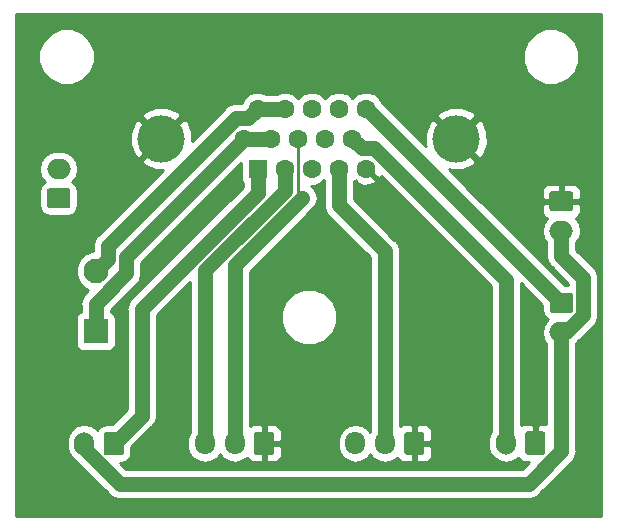
<source format=gbr>
%TF.GenerationSoftware,KiCad,Pcbnew,(5.0.2)-1*%
%TF.CreationDate,2019-02-13T20:03:15+01:00*%
%TF.ProjectId,VGA-Terminal_XT,5647412d-5465-4726-9d69-6e616c5f5854,rev?*%
%TF.SameCoordinates,Original*%
%TF.FileFunction,Copper,L2,Bot*%
%TF.FilePolarity,Positive*%
%FSLAX46Y46*%
G04 Gerber Fmt 4.6, Leading zero omitted, Abs format (unit mm)*
G04 Created by KiCad (PCBNEW (5.0.2)-1) date 13.02.2019 20:03:15*
%MOMM*%
%LPD*%
G01*
G04 APERTURE LIST*
%ADD10O,2.000000X1.700000*%
%ADD11C,0.150000*%
%ADD12C,1.700000*%
%ADD13O,1.700000X2.000000*%
%ADD14O,1.700000X1.950000*%
%ADD15R,2.100000X2.100000*%
%ADD16C,2.100000*%
%ADD17C,4.000000*%
%ADD18C,1.600000*%
%ADD19R,1.600000X1.600000*%
%ADD20C,1.270000*%
%ADD21C,0.250000*%
%ADD22C,0.254000*%
G04 APERTURE END LIST*
D10*
X134880000Y-81120000D03*
D11*
G36*
X135654504Y-77771204D02*
X135678773Y-77774804D01*
X135702571Y-77780765D01*
X135725671Y-77789030D01*
X135747849Y-77799520D01*
X135768893Y-77812133D01*
X135788598Y-77826747D01*
X135806777Y-77843223D01*
X135823253Y-77861402D01*
X135837867Y-77881107D01*
X135850480Y-77902151D01*
X135860970Y-77924329D01*
X135869235Y-77947429D01*
X135875196Y-77971227D01*
X135878796Y-77995496D01*
X135880000Y-78020000D01*
X135880000Y-79220000D01*
X135878796Y-79244504D01*
X135875196Y-79268773D01*
X135869235Y-79292571D01*
X135860970Y-79315671D01*
X135850480Y-79337849D01*
X135837867Y-79358893D01*
X135823253Y-79378598D01*
X135806777Y-79396777D01*
X135788598Y-79413253D01*
X135768893Y-79427867D01*
X135747849Y-79440480D01*
X135725671Y-79450970D01*
X135702571Y-79459235D01*
X135678773Y-79465196D01*
X135654504Y-79468796D01*
X135630000Y-79470000D01*
X134130000Y-79470000D01*
X134105496Y-79468796D01*
X134081227Y-79465196D01*
X134057429Y-79459235D01*
X134034329Y-79450970D01*
X134012151Y-79440480D01*
X133991107Y-79427867D01*
X133971402Y-79413253D01*
X133953223Y-79396777D01*
X133936747Y-79378598D01*
X133922133Y-79358893D01*
X133909520Y-79337849D01*
X133899030Y-79315671D01*
X133890765Y-79292571D01*
X133884804Y-79268773D01*
X133881204Y-79244504D01*
X133880000Y-79220000D01*
X133880000Y-78020000D01*
X133881204Y-77995496D01*
X133884804Y-77971227D01*
X133890765Y-77947429D01*
X133899030Y-77924329D01*
X133909520Y-77902151D01*
X133922133Y-77881107D01*
X133936747Y-77861402D01*
X133953223Y-77843223D01*
X133971402Y-77826747D01*
X133991107Y-77812133D01*
X134012151Y-77799520D01*
X134034329Y-77789030D01*
X134057429Y-77780765D01*
X134081227Y-77774804D01*
X134105496Y-77771204D01*
X134130000Y-77770000D01*
X135630000Y-77770000D01*
X135654504Y-77771204D01*
X135654504Y-77771204D01*
G37*
D12*
X134880000Y-78620000D03*
D11*
G36*
X135664504Y-86381204D02*
X135688773Y-86384804D01*
X135712571Y-86390765D01*
X135735671Y-86399030D01*
X135757849Y-86409520D01*
X135778893Y-86422133D01*
X135798598Y-86436747D01*
X135816777Y-86453223D01*
X135833253Y-86471402D01*
X135847867Y-86491107D01*
X135860480Y-86512151D01*
X135870970Y-86534329D01*
X135879235Y-86557429D01*
X135885196Y-86581227D01*
X135888796Y-86605496D01*
X135890000Y-86630000D01*
X135890000Y-87830000D01*
X135888796Y-87854504D01*
X135885196Y-87878773D01*
X135879235Y-87902571D01*
X135870970Y-87925671D01*
X135860480Y-87947849D01*
X135847867Y-87968893D01*
X135833253Y-87988598D01*
X135816777Y-88006777D01*
X135798598Y-88023253D01*
X135778893Y-88037867D01*
X135757849Y-88050480D01*
X135735671Y-88060970D01*
X135712571Y-88069235D01*
X135688773Y-88075196D01*
X135664504Y-88078796D01*
X135640000Y-88080000D01*
X134140000Y-88080000D01*
X134115496Y-88078796D01*
X134091227Y-88075196D01*
X134067429Y-88069235D01*
X134044329Y-88060970D01*
X134022151Y-88050480D01*
X134001107Y-88037867D01*
X133981402Y-88023253D01*
X133963223Y-88006777D01*
X133946747Y-87988598D01*
X133932133Y-87968893D01*
X133919520Y-87947849D01*
X133909030Y-87925671D01*
X133900765Y-87902571D01*
X133894804Y-87878773D01*
X133891204Y-87854504D01*
X133890000Y-87830000D01*
X133890000Y-86630000D01*
X133891204Y-86605496D01*
X133894804Y-86581227D01*
X133900765Y-86557429D01*
X133909030Y-86534329D01*
X133919520Y-86512151D01*
X133932133Y-86491107D01*
X133946747Y-86471402D01*
X133963223Y-86453223D01*
X133981402Y-86436747D01*
X134001107Y-86422133D01*
X134022151Y-86409520D01*
X134044329Y-86399030D01*
X134067429Y-86390765D01*
X134091227Y-86384804D01*
X134115496Y-86381204D01*
X134140000Y-86380000D01*
X135640000Y-86380000D01*
X135664504Y-86381204D01*
X135664504Y-86381204D01*
G37*
D12*
X134890000Y-87230000D03*
D10*
X134890000Y-89730000D03*
D13*
X130180000Y-99100000D03*
D11*
G36*
X133304504Y-98101204D02*
X133328773Y-98104804D01*
X133352571Y-98110765D01*
X133375671Y-98119030D01*
X133397849Y-98129520D01*
X133418893Y-98142133D01*
X133438598Y-98156747D01*
X133456777Y-98173223D01*
X133473253Y-98191402D01*
X133487867Y-98211107D01*
X133500480Y-98232151D01*
X133510970Y-98254329D01*
X133519235Y-98277429D01*
X133525196Y-98301227D01*
X133528796Y-98325496D01*
X133530000Y-98350000D01*
X133530000Y-99850000D01*
X133528796Y-99874504D01*
X133525196Y-99898773D01*
X133519235Y-99922571D01*
X133510970Y-99945671D01*
X133500480Y-99967849D01*
X133487867Y-99988893D01*
X133473253Y-100008598D01*
X133456777Y-100026777D01*
X133438598Y-100043253D01*
X133418893Y-100057867D01*
X133397849Y-100070480D01*
X133375671Y-100080970D01*
X133352571Y-100089235D01*
X133328773Y-100095196D01*
X133304504Y-100098796D01*
X133280000Y-100100000D01*
X132080000Y-100100000D01*
X132055496Y-100098796D01*
X132031227Y-100095196D01*
X132007429Y-100089235D01*
X131984329Y-100080970D01*
X131962151Y-100070480D01*
X131941107Y-100057867D01*
X131921402Y-100043253D01*
X131903223Y-100026777D01*
X131886747Y-100008598D01*
X131872133Y-99988893D01*
X131859520Y-99967849D01*
X131849030Y-99945671D01*
X131840765Y-99922571D01*
X131834804Y-99898773D01*
X131831204Y-99874504D01*
X131830000Y-99850000D01*
X131830000Y-98350000D01*
X131831204Y-98325496D01*
X131834804Y-98301227D01*
X131840765Y-98277429D01*
X131849030Y-98254329D01*
X131859520Y-98232151D01*
X131872133Y-98211107D01*
X131886747Y-98191402D01*
X131903223Y-98173223D01*
X131921402Y-98156747D01*
X131941107Y-98142133D01*
X131962151Y-98129520D01*
X131984329Y-98119030D01*
X132007429Y-98110765D01*
X132031227Y-98104804D01*
X132055496Y-98101204D01*
X132080000Y-98100000D01*
X133280000Y-98100000D01*
X133304504Y-98101204D01*
X133304504Y-98101204D01*
G37*
D12*
X132680000Y-99100000D03*
D11*
G36*
X97614504Y-98151204D02*
X97638773Y-98154804D01*
X97662571Y-98160765D01*
X97685671Y-98169030D01*
X97707849Y-98179520D01*
X97728893Y-98192133D01*
X97748598Y-98206747D01*
X97766777Y-98223223D01*
X97783253Y-98241402D01*
X97797867Y-98261107D01*
X97810480Y-98282151D01*
X97820970Y-98304329D01*
X97829235Y-98327429D01*
X97835196Y-98351227D01*
X97838796Y-98375496D01*
X97840000Y-98400000D01*
X97840000Y-99900000D01*
X97838796Y-99924504D01*
X97835196Y-99948773D01*
X97829235Y-99972571D01*
X97820970Y-99995671D01*
X97810480Y-100017849D01*
X97797867Y-100038893D01*
X97783253Y-100058598D01*
X97766777Y-100076777D01*
X97748598Y-100093253D01*
X97728893Y-100107867D01*
X97707849Y-100120480D01*
X97685671Y-100130970D01*
X97662571Y-100139235D01*
X97638773Y-100145196D01*
X97614504Y-100148796D01*
X97590000Y-100150000D01*
X96390000Y-100150000D01*
X96365496Y-100148796D01*
X96341227Y-100145196D01*
X96317429Y-100139235D01*
X96294329Y-100130970D01*
X96272151Y-100120480D01*
X96251107Y-100107867D01*
X96231402Y-100093253D01*
X96213223Y-100076777D01*
X96196747Y-100058598D01*
X96182133Y-100038893D01*
X96169520Y-100017849D01*
X96159030Y-99995671D01*
X96150765Y-99972571D01*
X96144804Y-99948773D01*
X96141204Y-99924504D01*
X96140000Y-99900000D01*
X96140000Y-98400000D01*
X96141204Y-98375496D01*
X96144804Y-98351227D01*
X96150765Y-98327429D01*
X96159030Y-98304329D01*
X96169520Y-98282151D01*
X96182133Y-98261107D01*
X96196747Y-98241402D01*
X96213223Y-98223223D01*
X96231402Y-98206747D01*
X96251107Y-98192133D01*
X96272151Y-98179520D01*
X96294329Y-98169030D01*
X96317429Y-98160765D01*
X96341227Y-98154804D01*
X96365496Y-98151204D01*
X96390000Y-98150000D01*
X97590000Y-98150000D01*
X97614504Y-98151204D01*
X97614504Y-98151204D01*
G37*
D12*
X96990000Y-99150000D03*
D13*
X94490000Y-99150000D03*
D14*
X117450000Y-99130000D03*
X119950000Y-99130000D03*
D11*
G36*
X123074504Y-98156204D02*
X123098773Y-98159804D01*
X123122571Y-98165765D01*
X123145671Y-98174030D01*
X123167849Y-98184520D01*
X123188893Y-98197133D01*
X123208598Y-98211747D01*
X123226777Y-98228223D01*
X123243253Y-98246402D01*
X123257867Y-98266107D01*
X123270480Y-98287151D01*
X123280970Y-98309329D01*
X123289235Y-98332429D01*
X123295196Y-98356227D01*
X123298796Y-98380496D01*
X123300000Y-98405000D01*
X123300000Y-99855000D01*
X123298796Y-99879504D01*
X123295196Y-99903773D01*
X123289235Y-99927571D01*
X123280970Y-99950671D01*
X123270480Y-99972849D01*
X123257867Y-99993893D01*
X123243253Y-100013598D01*
X123226777Y-100031777D01*
X123208598Y-100048253D01*
X123188893Y-100062867D01*
X123167849Y-100075480D01*
X123145671Y-100085970D01*
X123122571Y-100094235D01*
X123098773Y-100100196D01*
X123074504Y-100103796D01*
X123050000Y-100105000D01*
X121850000Y-100105000D01*
X121825496Y-100103796D01*
X121801227Y-100100196D01*
X121777429Y-100094235D01*
X121754329Y-100085970D01*
X121732151Y-100075480D01*
X121711107Y-100062867D01*
X121691402Y-100048253D01*
X121673223Y-100031777D01*
X121656747Y-100013598D01*
X121642133Y-99993893D01*
X121629520Y-99972849D01*
X121619030Y-99950671D01*
X121610765Y-99927571D01*
X121604804Y-99903773D01*
X121601204Y-99879504D01*
X121600000Y-99855000D01*
X121600000Y-98405000D01*
X121601204Y-98380496D01*
X121604804Y-98356227D01*
X121610765Y-98332429D01*
X121619030Y-98309329D01*
X121629520Y-98287151D01*
X121642133Y-98266107D01*
X121656747Y-98246402D01*
X121673223Y-98228223D01*
X121691402Y-98211747D01*
X121711107Y-98197133D01*
X121732151Y-98184520D01*
X121754329Y-98174030D01*
X121777429Y-98165765D01*
X121801227Y-98159804D01*
X121825496Y-98156204D01*
X121850000Y-98155000D01*
X123050000Y-98155000D01*
X123074504Y-98156204D01*
X123074504Y-98156204D01*
G37*
D12*
X122450000Y-99130000D03*
D11*
G36*
X110344504Y-98156204D02*
X110368773Y-98159804D01*
X110392571Y-98165765D01*
X110415671Y-98174030D01*
X110437849Y-98184520D01*
X110458893Y-98197133D01*
X110478598Y-98211747D01*
X110496777Y-98228223D01*
X110513253Y-98246402D01*
X110527867Y-98266107D01*
X110540480Y-98287151D01*
X110550970Y-98309329D01*
X110559235Y-98332429D01*
X110565196Y-98356227D01*
X110568796Y-98380496D01*
X110570000Y-98405000D01*
X110570000Y-99855000D01*
X110568796Y-99879504D01*
X110565196Y-99903773D01*
X110559235Y-99927571D01*
X110550970Y-99950671D01*
X110540480Y-99972849D01*
X110527867Y-99993893D01*
X110513253Y-100013598D01*
X110496777Y-100031777D01*
X110478598Y-100048253D01*
X110458893Y-100062867D01*
X110437849Y-100075480D01*
X110415671Y-100085970D01*
X110392571Y-100094235D01*
X110368773Y-100100196D01*
X110344504Y-100103796D01*
X110320000Y-100105000D01*
X109120000Y-100105000D01*
X109095496Y-100103796D01*
X109071227Y-100100196D01*
X109047429Y-100094235D01*
X109024329Y-100085970D01*
X109002151Y-100075480D01*
X108981107Y-100062867D01*
X108961402Y-100048253D01*
X108943223Y-100031777D01*
X108926747Y-100013598D01*
X108912133Y-99993893D01*
X108899520Y-99972849D01*
X108889030Y-99950671D01*
X108880765Y-99927571D01*
X108874804Y-99903773D01*
X108871204Y-99879504D01*
X108870000Y-99855000D01*
X108870000Y-98405000D01*
X108871204Y-98380496D01*
X108874804Y-98356227D01*
X108880765Y-98332429D01*
X108889030Y-98309329D01*
X108899520Y-98287151D01*
X108912133Y-98266107D01*
X108926747Y-98246402D01*
X108943223Y-98228223D01*
X108961402Y-98211747D01*
X108981107Y-98197133D01*
X109002151Y-98184520D01*
X109024329Y-98174030D01*
X109047429Y-98165765D01*
X109071227Y-98159804D01*
X109095496Y-98156204D01*
X109120000Y-98155000D01*
X110320000Y-98155000D01*
X110344504Y-98156204D01*
X110344504Y-98156204D01*
G37*
D12*
X109720000Y-99130000D03*
D14*
X107220000Y-99130000D03*
X104720000Y-99130000D03*
D11*
G36*
X93104504Y-77521204D02*
X93128773Y-77524804D01*
X93152571Y-77530765D01*
X93175671Y-77539030D01*
X93197849Y-77549520D01*
X93218893Y-77562133D01*
X93238598Y-77576747D01*
X93256777Y-77593223D01*
X93273253Y-77611402D01*
X93287867Y-77631107D01*
X93300480Y-77652151D01*
X93310970Y-77674329D01*
X93319235Y-77697429D01*
X93325196Y-77721227D01*
X93328796Y-77745496D01*
X93330000Y-77770000D01*
X93330000Y-78970000D01*
X93328796Y-78994504D01*
X93325196Y-79018773D01*
X93319235Y-79042571D01*
X93310970Y-79065671D01*
X93300480Y-79087849D01*
X93287867Y-79108893D01*
X93273253Y-79128598D01*
X93256777Y-79146777D01*
X93238598Y-79163253D01*
X93218893Y-79177867D01*
X93197849Y-79190480D01*
X93175671Y-79200970D01*
X93152571Y-79209235D01*
X93128773Y-79215196D01*
X93104504Y-79218796D01*
X93080000Y-79220000D01*
X91580000Y-79220000D01*
X91555496Y-79218796D01*
X91531227Y-79215196D01*
X91507429Y-79209235D01*
X91484329Y-79200970D01*
X91462151Y-79190480D01*
X91441107Y-79177867D01*
X91421402Y-79163253D01*
X91403223Y-79146777D01*
X91386747Y-79128598D01*
X91372133Y-79108893D01*
X91359520Y-79087849D01*
X91349030Y-79065671D01*
X91340765Y-79042571D01*
X91334804Y-79018773D01*
X91331204Y-78994504D01*
X91330000Y-78970000D01*
X91330000Y-77770000D01*
X91331204Y-77745496D01*
X91334804Y-77721227D01*
X91340765Y-77697429D01*
X91349030Y-77674329D01*
X91359520Y-77652151D01*
X91372133Y-77631107D01*
X91386747Y-77611402D01*
X91403223Y-77593223D01*
X91421402Y-77576747D01*
X91441107Y-77562133D01*
X91462151Y-77549520D01*
X91484329Y-77539030D01*
X91507429Y-77530765D01*
X91531227Y-77524804D01*
X91555496Y-77521204D01*
X91580000Y-77520000D01*
X93080000Y-77520000D01*
X93104504Y-77521204D01*
X93104504Y-77521204D01*
G37*
D12*
X92330000Y-78370000D03*
D10*
X92330000Y-75870000D03*
D15*
X95460000Y-89630000D03*
D16*
X95460000Y-84550000D03*
D17*
X101005000Y-73320000D03*
X126005000Y-73320000D03*
D18*
X118350000Y-70780000D03*
X116060000Y-70780000D03*
X113770000Y-70780000D03*
X111480000Y-70780000D03*
X109190000Y-70780000D03*
X117205000Y-73320000D03*
X114915000Y-73320000D03*
X112625000Y-73320000D03*
X110335000Y-73320000D03*
X108045000Y-73320000D03*
X118350000Y-75860000D03*
X116060000Y-75860000D03*
X113770000Y-75860000D03*
X111480000Y-75860000D03*
D19*
X109190000Y-75860000D03*
D20*
X107220000Y-84057816D02*
X112950009Y-78327807D01*
X107220000Y-99130000D02*
X107220000Y-84057816D01*
D21*
X112625000Y-78002798D02*
X112625000Y-73320000D01*
X112950009Y-78327807D02*
X112625000Y-78002798D01*
D20*
X119950000Y-99130000D02*
X119950000Y-82860000D01*
X116060000Y-78970000D02*
X116060000Y-75860000D01*
X119950000Y-82860000D02*
X116060000Y-78970000D01*
X98040000Y-83325000D02*
X108045000Y-73320000D01*
X98040000Y-84730000D02*
X98040000Y-83325000D01*
X95460000Y-89630000D02*
X95460000Y-87310000D01*
X95460000Y-87310000D02*
X98040000Y-84730000D01*
X108045000Y-73320000D02*
X110335000Y-73320000D01*
X111480000Y-70780000D02*
X109190000Y-70780000D01*
X96509999Y-83500001D02*
X95460000Y-84550000D01*
X96509999Y-82435199D02*
X96509999Y-83500001D01*
X107365199Y-71579999D02*
X96509999Y-82435199D01*
X109190000Y-70780000D02*
X108390001Y-71579999D01*
X108390001Y-71579999D02*
X107365199Y-71579999D01*
X96990000Y-99150000D02*
X99360000Y-96780000D01*
X99360000Y-87760000D02*
X99360000Y-96780000D01*
X109190000Y-75860000D02*
X109190000Y-77930000D01*
X109190000Y-77930000D02*
X99360000Y-87760000D01*
X135274438Y-89730000D02*
X134890000Y-89730000D01*
X136725010Y-88279428D02*
X135274438Y-89730000D01*
X136725010Y-85085010D02*
X136725010Y-88279428D01*
X134880000Y-81120000D02*
X134880000Y-83240000D01*
X134880000Y-83240000D02*
X136725010Y-85085010D01*
X134890000Y-91850000D02*
X134890000Y-89730000D01*
X134890000Y-99774438D02*
X134890000Y-91850000D01*
X132114438Y-102550000D02*
X134890000Y-99774438D01*
X97505562Y-102550000D02*
X132114438Y-102550000D01*
X94490000Y-99534438D02*
X97505562Y-102550000D01*
X94490000Y-99150000D02*
X94490000Y-99534438D01*
X118004999Y-74119999D02*
X117205000Y-73320000D01*
X119029801Y-74119999D02*
X118004999Y-74119999D01*
X130180000Y-99100000D02*
X130180000Y-85270198D01*
X130180000Y-85270198D02*
X119029801Y-74119999D01*
X118440000Y-70780000D02*
X118350000Y-70780000D01*
X134890000Y-87230000D02*
X118440000Y-70780000D01*
X104720000Y-96885000D02*
X104720000Y-99130000D01*
X104720000Y-84478908D02*
X104720000Y-96885000D01*
X111480000Y-75860000D02*
X111480000Y-77718908D01*
X111480000Y-77718908D02*
X104720000Y-84478908D01*
D22*
G36*
X138265001Y-105265000D02*
X88735000Y-105265000D01*
X88735000Y-98853744D01*
X93005000Y-98853744D01*
X93005000Y-99446255D01*
X93091161Y-99879417D01*
X93419375Y-100370625D01*
X93753175Y-100593663D01*
X96519093Y-103359581D01*
X96589944Y-103465618D01*
X97010033Y-103746313D01*
X97380482Y-103820000D01*
X97380486Y-103820000D01*
X97505562Y-103844879D01*
X97630638Y-103820000D01*
X131989363Y-103820000D01*
X132114438Y-103844879D01*
X132239513Y-103820000D01*
X132239518Y-103820000D01*
X132609967Y-103746313D01*
X133030056Y-103465618D01*
X133100909Y-103359579D01*
X135699582Y-100760907D01*
X135805618Y-100690056D01*
X136086313Y-100269967D01*
X136160000Y-99899518D01*
X136160000Y-99899514D01*
X136184879Y-99774439D01*
X136160000Y-99649364D01*
X136160000Y-90726730D01*
X136333663Y-90466825D01*
X137534591Y-89265898D01*
X137640628Y-89195046D01*
X137921323Y-88774957D01*
X137995010Y-88404508D01*
X137995010Y-88404504D01*
X138019889Y-88279428D01*
X137995010Y-88154352D01*
X137995010Y-85210084D01*
X138019889Y-85085009D01*
X137995010Y-84959934D01*
X137995010Y-84959930D01*
X137921323Y-84589481D01*
X137640628Y-84169392D01*
X137534592Y-84098541D01*
X136150000Y-82713950D01*
X136150000Y-82116730D01*
X136428839Y-81699418D01*
X136544092Y-81120000D01*
X136428839Y-80540582D01*
X136109291Y-80062344D01*
X136239699Y-80008327D01*
X136418327Y-79829698D01*
X136515000Y-79596309D01*
X136515000Y-78905750D01*
X136356250Y-78747000D01*
X135007000Y-78747000D01*
X135007000Y-78767000D01*
X134753000Y-78767000D01*
X134753000Y-78747000D01*
X133403750Y-78747000D01*
X133245000Y-78905750D01*
X133245000Y-79596309D01*
X133341673Y-79829698D01*
X133520301Y-80008327D01*
X133650709Y-80062344D01*
X133331161Y-80540582D01*
X133215908Y-81120000D01*
X133331161Y-81699418D01*
X133610000Y-82116731D01*
X133610001Y-83114921D01*
X133585121Y-83240000D01*
X133683688Y-83735529D01*
X133893530Y-84049580D01*
X133893532Y-84049582D01*
X133964383Y-84155618D01*
X134070419Y-84226469D01*
X135455010Y-85611061D01*
X135455010Y-85732560D01*
X135188611Y-85732560D01*
X127099742Y-77643691D01*
X133245000Y-77643691D01*
X133245000Y-78334250D01*
X133403750Y-78493000D01*
X134753000Y-78493000D01*
X134753000Y-77293750D01*
X135007000Y-77293750D01*
X135007000Y-78493000D01*
X136356250Y-78493000D01*
X136515000Y-78334250D01*
X136515000Y-77643691D01*
X136418327Y-77410302D01*
X136239699Y-77231673D01*
X136006310Y-77135000D01*
X135165750Y-77135000D01*
X135007000Y-77293750D01*
X134753000Y-77293750D01*
X134594250Y-77135000D01*
X133753690Y-77135000D01*
X133520301Y-77231673D01*
X133341673Y-77410302D01*
X133245000Y-77643691D01*
X127099742Y-77643691D01*
X125356095Y-75900044D01*
X125502012Y-75959119D01*
X126550247Y-75950713D01*
X127479647Y-75565743D01*
X127700416Y-75195022D01*
X126005000Y-73499605D01*
X125990858Y-73513748D01*
X125811252Y-73334142D01*
X125825395Y-73320000D01*
X126184605Y-73320000D01*
X127880022Y-75015416D01*
X128250743Y-74794647D01*
X128644119Y-73822988D01*
X128635713Y-72774753D01*
X128250743Y-71845353D01*
X127880022Y-71624584D01*
X126184605Y-73320000D01*
X125825395Y-73320000D01*
X124129978Y-71624584D01*
X123759257Y-71845353D01*
X123365881Y-72817012D01*
X123374287Y-73865247D01*
X123411756Y-73955706D01*
X120901028Y-71444978D01*
X124309584Y-71444978D01*
X126005000Y-73140395D01*
X127700416Y-71444978D01*
X127479647Y-71074257D01*
X126507988Y-70680881D01*
X125459753Y-70689287D01*
X124530353Y-71074257D01*
X124309584Y-71444978D01*
X120901028Y-71444978D01*
X119667895Y-70211845D01*
X119566534Y-69967138D01*
X119162862Y-69563466D01*
X118635439Y-69345000D01*
X118064561Y-69345000D01*
X117537138Y-69563466D01*
X117205000Y-69895604D01*
X116872862Y-69563466D01*
X116345439Y-69345000D01*
X115774561Y-69345000D01*
X115247138Y-69563466D01*
X114915000Y-69895604D01*
X114582862Y-69563466D01*
X114055439Y-69345000D01*
X113484561Y-69345000D01*
X112957138Y-69563466D01*
X112625000Y-69895604D01*
X112292862Y-69563466D01*
X111765439Y-69345000D01*
X111194561Y-69345000D01*
X110796216Y-69510000D01*
X109873784Y-69510000D01*
X109475439Y-69345000D01*
X108904561Y-69345000D01*
X108377138Y-69563466D01*
X107973466Y-69967138D01*
X107831448Y-70309999D01*
X107490273Y-70309999D01*
X107365198Y-70285120D01*
X107240123Y-70309999D01*
X107240119Y-70309999D01*
X106869670Y-70383686D01*
X106449581Y-70664381D01*
X106378730Y-70770417D01*
X103641590Y-73507558D01*
X103635713Y-72774753D01*
X103250743Y-71845353D01*
X102880022Y-71624584D01*
X101184605Y-73320000D01*
X101198748Y-73334142D01*
X101019142Y-73513748D01*
X101005000Y-73499605D01*
X99309584Y-75195022D01*
X99530353Y-75565743D01*
X100502012Y-75959119D01*
X101195590Y-75953557D01*
X95700420Y-81448728D01*
X95594381Y-81519581D01*
X95313686Y-81939671D01*
X95239999Y-82310120D01*
X95239999Y-82310124D01*
X95215120Y-82435199D01*
X95239999Y-82560274D01*
X95239999Y-82865000D01*
X95124833Y-82865000D01*
X94505524Y-83121526D01*
X94031526Y-83595524D01*
X93775000Y-84214833D01*
X93775000Y-84885167D01*
X94031526Y-85504476D01*
X94505524Y-85978474D01*
X94851972Y-86121978D01*
X94650419Y-86323531D01*
X94544383Y-86394382D01*
X94473532Y-86500418D01*
X94473530Y-86500420D01*
X94263688Y-86814471D01*
X94165121Y-87310000D01*
X94190001Y-87435080D01*
X94190001Y-87976320D01*
X94162235Y-87981843D01*
X93952191Y-88122191D01*
X93811843Y-88332235D01*
X93762560Y-88580000D01*
X93762560Y-90680000D01*
X93811843Y-90927765D01*
X93952191Y-91137809D01*
X94162235Y-91278157D01*
X94410000Y-91327440D01*
X96510000Y-91327440D01*
X96757765Y-91278157D01*
X96967809Y-91137809D01*
X97108157Y-90927765D01*
X97157440Y-90680000D01*
X97157440Y-88580000D01*
X97108157Y-88332235D01*
X96967809Y-88122191D01*
X96757765Y-87981843D01*
X96730000Y-87976320D01*
X96730000Y-87836050D01*
X98849582Y-85716469D01*
X98955618Y-85645618D01*
X99028549Y-85536470D01*
X99206466Y-85270198D01*
X99236313Y-85225529D01*
X99310000Y-84855080D01*
X99310000Y-84855075D01*
X99334879Y-84730000D01*
X99310000Y-84604925D01*
X99310000Y-83851050D01*
X107742560Y-75418491D01*
X107742560Y-76660000D01*
X107791843Y-76907765D01*
X107920001Y-77099565D01*
X107920001Y-77403948D01*
X98550421Y-86773529D01*
X98444382Y-86844382D01*
X98163687Y-87264472D01*
X98090000Y-87634921D01*
X98090000Y-87634925D01*
X98065121Y-87760000D01*
X98090000Y-87885075D01*
X98090001Y-96253948D01*
X96841390Y-97502560D01*
X96390000Y-97502560D01*
X96046565Y-97570874D01*
X95755414Y-97765414D01*
X95603242Y-97993156D01*
X95560625Y-97929375D01*
X95069418Y-97601161D01*
X94490000Y-97485908D01*
X93910583Y-97601161D01*
X93419375Y-97929375D01*
X93091161Y-98420582D01*
X93005000Y-98853744D01*
X88735000Y-98853744D01*
X88735000Y-75870000D01*
X90665908Y-75870000D01*
X90781161Y-76449418D01*
X91109375Y-76940625D01*
X91173156Y-76983242D01*
X90945414Y-77135414D01*
X90750874Y-77426565D01*
X90682560Y-77770000D01*
X90682560Y-78970000D01*
X90750874Y-79313435D01*
X90945414Y-79604586D01*
X91236565Y-79799126D01*
X91580000Y-79867440D01*
X93080000Y-79867440D01*
X93423435Y-79799126D01*
X93714586Y-79604586D01*
X93909126Y-79313435D01*
X93977440Y-78970000D01*
X93977440Y-77770000D01*
X93909126Y-77426565D01*
X93714586Y-77135414D01*
X93486844Y-76983242D01*
X93550625Y-76940625D01*
X93878839Y-76449418D01*
X93994092Y-75870000D01*
X93878839Y-75290582D01*
X93550625Y-74799375D01*
X93059418Y-74471161D01*
X92626256Y-74385000D01*
X92033744Y-74385000D01*
X91600582Y-74471161D01*
X91109375Y-74799375D01*
X90781161Y-75290582D01*
X90665908Y-75870000D01*
X88735000Y-75870000D01*
X88735000Y-72817012D01*
X98365881Y-72817012D01*
X98374287Y-73865247D01*
X98759257Y-74794647D01*
X99129978Y-75015416D01*
X100825395Y-73320000D01*
X99129978Y-71624584D01*
X98759257Y-71845353D01*
X98365881Y-72817012D01*
X88735000Y-72817012D01*
X88735000Y-71444978D01*
X99309584Y-71444978D01*
X101005000Y-73140395D01*
X102700416Y-71444978D01*
X102479647Y-71074257D01*
X101507988Y-70680881D01*
X100459753Y-70689287D01*
X99530353Y-71074257D01*
X99309584Y-71444978D01*
X88735000Y-71444978D01*
X88735000Y-65905594D01*
X90615000Y-65905594D01*
X90615000Y-66854406D01*
X90978095Y-67730994D01*
X91649006Y-68401905D01*
X92525594Y-68765000D01*
X93474406Y-68765000D01*
X94350994Y-68401905D01*
X95021905Y-67730994D01*
X95385000Y-66854406D01*
X95385000Y-65905594D01*
X131615000Y-65905594D01*
X131615000Y-66854406D01*
X131978095Y-67730994D01*
X132649006Y-68401905D01*
X133525594Y-68765000D01*
X134474406Y-68765000D01*
X135350994Y-68401905D01*
X136021905Y-67730994D01*
X136385000Y-66854406D01*
X136385000Y-65905594D01*
X136021905Y-65029006D01*
X135350994Y-64358095D01*
X134474406Y-63995000D01*
X133525594Y-63995000D01*
X132649006Y-64358095D01*
X131978095Y-65029006D01*
X131615000Y-65905594D01*
X95385000Y-65905594D01*
X95021905Y-65029006D01*
X94350994Y-64358095D01*
X93474406Y-63995000D01*
X92525594Y-63995000D01*
X91649006Y-64358095D01*
X90978095Y-65029006D01*
X90615000Y-65905594D01*
X88735000Y-65905594D01*
X88735000Y-62735000D01*
X138265000Y-62735000D01*
X138265001Y-105265000D01*
X138265001Y-105265000D01*
G37*
X138265001Y-105265000D02*
X88735000Y-105265000D01*
X88735000Y-98853744D01*
X93005000Y-98853744D01*
X93005000Y-99446255D01*
X93091161Y-99879417D01*
X93419375Y-100370625D01*
X93753175Y-100593663D01*
X96519093Y-103359581D01*
X96589944Y-103465618D01*
X97010033Y-103746313D01*
X97380482Y-103820000D01*
X97380486Y-103820000D01*
X97505562Y-103844879D01*
X97630638Y-103820000D01*
X131989363Y-103820000D01*
X132114438Y-103844879D01*
X132239513Y-103820000D01*
X132239518Y-103820000D01*
X132609967Y-103746313D01*
X133030056Y-103465618D01*
X133100909Y-103359579D01*
X135699582Y-100760907D01*
X135805618Y-100690056D01*
X136086313Y-100269967D01*
X136160000Y-99899518D01*
X136160000Y-99899514D01*
X136184879Y-99774439D01*
X136160000Y-99649364D01*
X136160000Y-90726730D01*
X136333663Y-90466825D01*
X137534591Y-89265898D01*
X137640628Y-89195046D01*
X137921323Y-88774957D01*
X137995010Y-88404508D01*
X137995010Y-88404504D01*
X138019889Y-88279428D01*
X137995010Y-88154352D01*
X137995010Y-85210084D01*
X138019889Y-85085009D01*
X137995010Y-84959934D01*
X137995010Y-84959930D01*
X137921323Y-84589481D01*
X137640628Y-84169392D01*
X137534592Y-84098541D01*
X136150000Y-82713950D01*
X136150000Y-82116730D01*
X136428839Y-81699418D01*
X136544092Y-81120000D01*
X136428839Y-80540582D01*
X136109291Y-80062344D01*
X136239699Y-80008327D01*
X136418327Y-79829698D01*
X136515000Y-79596309D01*
X136515000Y-78905750D01*
X136356250Y-78747000D01*
X135007000Y-78747000D01*
X135007000Y-78767000D01*
X134753000Y-78767000D01*
X134753000Y-78747000D01*
X133403750Y-78747000D01*
X133245000Y-78905750D01*
X133245000Y-79596309D01*
X133341673Y-79829698D01*
X133520301Y-80008327D01*
X133650709Y-80062344D01*
X133331161Y-80540582D01*
X133215908Y-81120000D01*
X133331161Y-81699418D01*
X133610000Y-82116731D01*
X133610001Y-83114921D01*
X133585121Y-83240000D01*
X133683688Y-83735529D01*
X133893530Y-84049580D01*
X133893532Y-84049582D01*
X133964383Y-84155618D01*
X134070419Y-84226469D01*
X135455010Y-85611061D01*
X135455010Y-85732560D01*
X135188611Y-85732560D01*
X127099742Y-77643691D01*
X133245000Y-77643691D01*
X133245000Y-78334250D01*
X133403750Y-78493000D01*
X134753000Y-78493000D01*
X134753000Y-77293750D01*
X135007000Y-77293750D01*
X135007000Y-78493000D01*
X136356250Y-78493000D01*
X136515000Y-78334250D01*
X136515000Y-77643691D01*
X136418327Y-77410302D01*
X136239699Y-77231673D01*
X136006310Y-77135000D01*
X135165750Y-77135000D01*
X135007000Y-77293750D01*
X134753000Y-77293750D01*
X134594250Y-77135000D01*
X133753690Y-77135000D01*
X133520301Y-77231673D01*
X133341673Y-77410302D01*
X133245000Y-77643691D01*
X127099742Y-77643691D01*
X125356095Y-75900044D01*
X125502012Y-75959119D01*
X126550247Y-75950713D01*
X127479647Y-75565743D01*
X127700416Y-75195022D01*
X126005000Y-73499605D01*
X125990858Y-73513748D01*
X125811252Y-73334142D01*
X125825395Y-73320000D01*
X126184605Y-73320000D01*
X127880022Y-75015416D01*
X128250743Y-74794647D01*
X128644119Y-73822988D01*
X128635713Y-72774753D01*
X128250743Y-71845353D01*
X127880022Y-71624584D01*
X126184605Y-73320000D01*
X125825395Y-73320000D01*
X124129978Y-71624584D01*
X123759257Y-71845353D01*
X123365881Y-72817012D01*
X123374287Y-73865247D01*
X123411756Y-73955706D01*
X120901028Y-71444978D01*
X124309584Y-71444978D01*
X126005000Y-73140395D01*
X127700416Y-71444978D01*
X127479647Y-71074257D01*
X126507988Y-70680881D01*
X125459753Y-70689287D01*
X124530353Y-71074257D01*
X124309584Y-71444978D01*
X120901028Y-71444978D01*
X119667895Y-70211845D01*
X119566534Y-69967138D01*
X119162862Y-69563466D01*
X118635439Y-69345000D01*
X118064561Y-69345000D01*
X117537138Y-69563466D01*
X117205000Y-69895604D01*
X116872862Y-69563466D01*
X116345439Y-69345000D01*
X115774561Y-69345000D01*
X115247138Y-69563466D01*
X114915000Y-69895604D01*
X114582862Y-69563466D01*
X114055439Y-69345000D01*
X113484561Y-69345000D01*
X112957138Y-69563466D01*
X112625000Y-69895604D01*
X112292862Y-69563466D01*
X111765439Y-69345000D01*
X111194561Y-69345000D01*
X110796216Y-69510000D01*
X109873784Y-69510000D01*
X109475439Y-69345000D01*
X108904561Y-69345000D01*
X108377138Y-69563466D01*
X107973466Y-69967138D01*
X107831448Y-70309999D01*
X107490273Y-70309999D01*
X107365198Y-70285120D01*
X107240123Y-70309999D01*
X107240119Y-70309999D01*
X106869670Y-70383686D01*
X106449581Y-70664381D01*
X106378730Y-70770417D01*
X103641590Y-73507558D01*
X103635713Y-72774753D01*
X103250743Y-71845353D01*
X102880022Y-71624584D01*
X101184605Y-73320000D01*
X101198748Y-73334142D01*
X101019142Y-73513748D01*
X101005000Y-73499605D01*
X99309584Y-75195022D01*
X99530353Y-75565743D01*
X100502012Y-75959119D01*
X101195590Y-75953557D01*
X95700420Y-81448728D01*
X95594381Y-81519581D01*
X95313686Y-81939671D01*
X95239999Y-82310120D01*
X95239999Y-82310124D01*
X95215120Y-82435199D01*
X95239999Y-82560274D01*
X95239999Y-82865000D01*
X95124833Y-82865000D01*
X94505524Y-83121526D01*
X94031526Y-83595524D01*
X93775000Y-84214833D01*
X93775000Y-84885167D01*
X94031526Y-85504476D01*
X94505524Y-85978474D01*
X94851972Y-86121978D01*
X94650419Y-86323531D01*
X94544383Y-86394382D01*
X94473532Y-86500418D01*
X94473530Y-86500420D01*
X94263688Y-86814471D01*
X94165121Y-87310000D01*
X94190001Y-87435080D01*
X94190001Y-87976320D01*
X94162235Y-87981843D01*
X93952191Y-88122191D01*
X93811843Y-88332235D01*
X93762560Y-88580000D01*
X93762560Y-90680000D01*
X93811843Y-90927765D01*
X93952191Y-91137809D01*
X94162235Y-91278157D01*
X94410000Y-91327440D01*
X96510000Y-91327440D01*
X96757765Y-91278157D01*
X96967809Y-91137809D01*
X97108157Y-90927765D01*
X97157440Y-90680000D01*
X97157440Y-88580000D01*
X97108157Y-88332235D01*
X96967809Y-88122191D01*
X96757765Y-87981843D01*
X96730000Y-87976320D01*
X96730000Y-87836050D01*
X98849582Y-85716469D01*
X98955618Y-85645618D01*
X99028549Y-85536470D01*
X99206466Y-85270198D01*
X99236313Y-85225529D01*
X99310000Y-84855080D01*
X99310000Y-84855075D01*
X99334879Y-84730000D01*
X99310000Y-84604925D01*
X99310000Y-83851050D01*
X107742560Y-75418491D01*
X107742560Y-76660000D01*
X107791843Y-76907765D01*
X107920001Y-77099565D01*
X107920001Y-77403948D01*
X98550421Y-86773529D01*
X98444382Y-86844382D01*
X98163687Y-87264472D01*
X98090000Y-87634921D01*
X98090000Y-87634925D01*
X98065121Y-87760000D01*
X98090000Y-87885075D01*
X98090001Y-96253948D01*
X96841390Y-97502560D01*
X96390000Y-97502560D01*
X96046565Y-97570874D01*
X95755414Y-97765414D01*
X95603242Y-97993156D01*
X95560625Y-97929375D01*
X95069418Y-97601161D01*
X94490000Y-97485908D01*
X93910583Y-97601161D01*
X93419375Y-97929375D01*
X93091161Y-98420582D01*
X93005000Y-98853744D01*
X88735000Y-98853744D01*
X88735000Y-75870000D01*
X90665908Y-75870000D01*
X90781161Y-76449418D01*
X91109375Y-76940625D01*
X91173156Y-76983242D01*
X90945414Y-77135414D01*
X90750874Y-77426565D01*
X90682560Y-77770000D01*
X90682560Y-78970000D01*
X90750874Y-79313435D01*
X90945414Y-79604586D01*
X91236565Y-79799126D01*
X91580000Y-79867440D01*
X93080000Y-79867440D01*
X93423435Y-79799126D01*
X93714586Y-79604586D01*
X93909126Y-79313435D01*
X93977440Y-78970000D01*
X93977440Y-77770000D01*
X93909126Y-77426565D01*
X93714586Y-77135414D01*
X93486844Y-76983242D01*
X93550625Y-76940625D01*
X93878839Y-76449418D01*
X93994092Y-75870000D01*
X93878839Y-75290582D01*
X93550625Y-74799375D01*
X93059418Y-74471161D01*
X92626256Y-74385000D01*
X92033744Y-74385000D01*
X91600582Y-74471161D01*
X91109375Y-74799375D01*
X90781161Y-75290582D01*
X90665908Y-75870000D01*
X88735000Y-75870000D01*
X88735000Y-72817012D01*
X98365881Y-72817012D01*
X98374287Y-73865247D01*
X98759257Y-74794647D01*
X99129978Y-75015416D01*
X100825395Y-73320000D01*
X99129978Y-71624584D01*
X98759257Y-71845353D01*
X98365881Y-72817012D01*
X88735000Y-72817012D01*
X88735000Y-71444978D01*
X99309584Y-71444978D01*
X101005000Y-73140395D01*
X102700416Y-71444978D01*
X102479647Y-71074257D01*
X101507988Y-70680881D01*
X100459753Y-70689287D01*
X99530353Y-71074257D01*
X99309584Y-71444978D01*
X88735000Y-71444978D01*
X88735000Y-65905594D01*
X90615000Y-65905594D01*
X90615000Y-66854406D01*
X90978095Y-67730994D01*
X91649006Y-68401905D01*
X92525594Y-68765000D01*
X93474406Y-68765000D01*
X94350994Y-68401905D01*
X95021905Y-67730994D01*
X95385000Y-66854406D01*
X95385000Y-65905594D01*
X131615000Y-65905594D01*
X131615000Y-66854406D01*
X131978095Y-67730994D01*
X132649006Y-68401905D01*
X133525594Y-68765000D01*
X134474406Y-68765000D01*
X135350994Y-68401905D01*
X136021905Y-67730994D01*
X136385000Y-66854406D01*
X136385000Y-65905594D01*
X136021905Y-65029006D01*
X135350994Y-64358095D01*
X134474406Y-63995000D01*
X133525594Y-63995000D01*
X132649006Y-64358095D01*
X131978095Y-65029006D01*
X131615000Y-65905594D01*
X95385000Y-65905594D01*
X95021905Y-65029006D01*
X94350994Y-64358095D01*
X93474406Y-63995000D01*
X92525594Y-63995000D01*
X91649006Y-64358095D01*
X90978095Y-65029006D01*
X90615000Y-65905594D01*
X88735000Y-65905594D01*
X88735000Y-62735000D01*
X138265000Y-62735000D01*
X138265001Y-105265000D01*
G36*
X118543748Y-75845858D02*
X118529605Y-75860000D01*
X119357745Y-76688139D01*
X119603864Y-76614005D01*
X119636622Y-76522870D01*
X128910001Y-85796250D01*
X128910000Y-98177761D01*
X128781161Y-98370582D01*
X128695000Y-98803744D01*
X128695000Y-99396255D01*
X128781161Y-99829417D01*
X129109375Y-100320625D01*
X129600582Y-100648839D01*
X130180000Y-100764092D01*
X130759417Y-100648839D01*
X131237656Y-100329291D01*
X131291673Y-100459699D01*
X131470302Y-100638327D01*
X131703691Y-100735000D01*
X132133388Y-100735000D01*
X131588388Y-101280000D01*
X98031613Y-101280000D01*
X97549053Y-100797440D01*
X97590000Y-100797440D01*
X97933435Y-100729126D01*
X98224586Y-100534586D01*
X98419126Y-100243435D01*
X98487440Y-99900000D01*
X98487440Y-99448610D01*
X100169581Y-97766469D01*
X100275618Y-97695618D01*
X100358970Y-97570874D01*
X100556312Y-97275530D01*
X100556313Y-97275529D01*
X100630000Y-96905080D01*
X100630000Y-96905076D01*
X100654879Y-96780001D01*
X100630000Y-96654926D01*
X100630000Y-88286050D01*
X103450000Y-85466050D01*
X103450001Y-96759916D01*
X103450000Y-96759921D01*
X103450001Y-98232760D01*
X103321161Y-98425582D01*
X103235000Y-98858744D01*
X103235000Y-99401255D01*
X103321161Y-99834417D01*
X103649375Y-100325625D01*
X104140582Y-100653839D01*
X104720000Y-100769092D01*
X105299417Y-100653839D01*
X105790625Y-100325625D01*
X105970000Y-100057171D01*
X106149375Y-100325625D01*
X106640582Y-100653839D01*
X107220000Y-100769092D01*
X107799417Y-100653839D01*
X108277656Y-100334291D01*
X108331673Y-100464699D01*
X108510302Y-100643327D01*
X108743691Y-100740000D01*
X109434250Y-100740000D01*
X109593000Y-100581250D01*
X109593000Y-99257000D01*
X109847000Y-99257000D01*
X109847000Y-100581250D01*
X110005750Y-100740000D01*
X110696309Y-100740000D01*
X110929698Y-100643327D01*
X111108327Y-100464699D01*
X111205000Y-100231310D01*
X111205000Y-99415750D01*
X111046250Y-99257000D01*
X109847000Y-99257000D01*
X109593000Y-99257000D01*
X109573000Y-99257000D01*
X109573000Y-99003000D01*
X109593000Y-99003000D01*
X109593000Y-97678750D01*
X109847000Y-97678750D01*
X109847000Y-99003000D01*
X111046250Y-99003000D01*
X111205000Y-98844250D01*
X111205000Y-98028690D01*
X111108327Y-97795301D01*
X110929698Y-97616673D01*
X110696309Y-97520000D01*
X110005750Y-97520000D01*
X109847000Y-97678750D01*
X109593000Y-97678750D01*
X109434250Y-97520000D01*
X108743691Y-97520000D01*
X108510302Y-97616673D01*
X108490000Y-97636975D01*
X108490000Y-87955594D01*
X111115000Y-87955594D01*
X111115000Y-88904406D01*
X111478095Y-89780994D01*
X112149006Y-90451905D01*
X113025594Y-90815000D01*
X113974406Y-90815000D01*
X114850994Y-90451905D01*
X115521905Y-89780994D01*
X115885000Y-88904406D01*
X115885000Y-87955594D01*
X115521905Y-87079006D01*
X114850994Y-86408095D01*
X113974406Y-86045000D01*
X113025594Y-86045000D01*
X112149006Y-86408095D01*
X111478095Y-87079006D01*
X111115000Y-87955594D01*
X108490000Y-87955594D01*
X108490000Y-84583866D01*
X113936479Y-79137389D01*
X114146321Y-78823337D01*
X114244888Y-78327808D01*
X114146321Y-77832279D01*
X113865627Y-77412189D01*
X113690241Y-77295000D01*
X114055439Y-77295000D01*
X114582862Y-77076534D01*
X114790001Y-76869395D01*
X114790000Y-78844925D01*
X114765121Y-78970000D01*
X114790000Y-79095075D01*
X114790000Y-79095079D01*
X114863687Y-79465528D01*
X115144382Y-79885618D01*
X115250421Y-79956471D01*
X118680001Y-83386052D01*
X118680000Y-98172897D01*
X118520625Y-97934375D01*
X118029418Y-97606161D01*
X117450000Y-97490908D01*
X116870583Y-97606161D01*
X116379375Y-97934375D01*
X116051161Y-98425582D01*
X115965000Y-98858744D01*
X115965000Y-99401255D01*
X116051161Y-99834417D01*
X116379375Y-100325625D01*
X116870582Y-100653839D01*
X117450000Y-100769092D01*
X118029417Y-100653839D01*
X118520625Y-100325625D01*
X118700000Y-100057171D01*
X118879375Y-100325625D01*
X119370582Y-100653839D01*
X119950000Y-100769092D01*
X120529417Y-100653839D01*
X121007656Y-100334291D01*
X121061673Y-100464699D01*
X121240302Y-100643327D01*
X121473691Y-100740000D01*
X122164250Y-100740000D01*
X122323000Y-100581250D01*
X122323000Y-99257000D01*
X122577000Y-99257000D01*
X122577000Y-100581250D01*
X122735750Y-100740000D01*
X123426309Y-100740000D01*
X123659698Y-100643327D01*
X123838327Y-100464699D01*
X123935000Y-100231310D01*
X123935000Y-99415750D01*
X123776250Y-99257000D01*
X122577000Y-99257000D01*
X122323000Y-99257000D01*
X122303000Y-99257000D01*
X122303000Y-99003000D01*
X122323000Y-99003000D01*
X122323000Y-97678750D01*
X122577000Y-97678750D01*
X122577000Y-99003000D01*
X123776250Y-99003000D01*
X123935000Y-98844250D01*
X123935000Y-98028690D01*
X123838327Y-97795301D01*
X123659698Y-97616673D01*
X123426309Y-97520000D01*
X122735750Y-97520000D01*
X122577000Y-97678750D01*
X122323000Y-97678750D01*
X122164250Y-97520000D01*
X121473691Y-97520000D01*
X121240302Y-97616673D01*
X121220000Y-97636975D01*
X121220000Y-82985076D01*
X121244879Y-82860000D01*
X121220000Y-82734924D01*
X121220000Y-82734920D01*
X121146313Y-82364471D01*
X121105699Y-82303688D01*
X120936470Y-82050419D01*
X120936469Y-82050418D01*
X120865618Y-81944382D01*
X120759582Y-81873531D01*
X117330000Y-78443950D01*
X117330000Y-76905636D01*
X117406986Y-76982622D01*
X117521861Y-76867747D01*
X117595995Y-77113864D01*
X118133223Y-77306965D01*
X118703454Y-77279778D01*
X119104005Y-77113864D01*
X119178139Y-76867745D01*
X118350000Y-76039605D01*
X118335858Y-76053748D01*
X118156252Y-75874142D01*
X118170395Y-75860000D01*
X118156253Y-75845858D01*
X118335858Y-75666253D01*
X118350000Y-75680395D01*
X118364142Y-75666252D01*
X118543748Y-75845858D01*
X118543748Y-75845858D01*
G37*
X118543748Y-75845858D02*
X118529605Y-75860000D01*
X119357745Y-76688139D01*
X119603864Y-76614005D01*
X119636622Y-76522870D01*
X128910001Y-85796250D01*
X128910000Y-98177761D01*
X128781161Y-98370582D01*
X128695000Y-98803744D01*
X128695000Y-99396255D01*
X128781161Y-99829417D01*
X129109375Y-100320625D01*
X129600582Y-100648839D01*
X130180000Y-100764092D01*
X130759417Y-100648839D01*
X131237656Y-100329291D01*
X131291673Y-100459699D01*
X131470302Y-100638327D01*
X131703691Y-100735000D01*
X132133388Y-100735000D01*
X131588388Y-101280000D01*
X98031613Y-101280000D01*
X97549053Y-100797440D01*
X97590000Y-100797440D01*
X97933435Y-100729126D01*
X98224586Y-100534586D01*
X98419126Y-100243435D01*
X98487440Y-99900000D01*
X98487440Y-99448610D01*
X100169581Y-97766469D01*
X100275618Y-97695618D01*
X100358970Y-97570874D01*
X100556312Y-97275530D01*
X100556313Y-97275529D01*
X100630000Y-96905080D01*
X100630000Y-96905076D01*
X100654879Y-96780001D01*
X100630000Y-96654926D01*
X100630000Y-88286050D01*
X103450000Y-85466050D01*
X103450001Y-96759916D01*
X103450000Y-96759921D01*
X103450001Y-98232760D01*
X103321161Y-98425582D01*
X103235000Y-98858744D01*
X103235000Y-99401255D01*
X103321161Y-99834417D01*
X103649375Y-100325625D01*
X104140582Y-100653839D01*
X104720000Y-100769092D01*
X105299417Y-100653839D01*
X105790625Y-100325625D01*
X105970000Y-100057171D01*
X106149375Y-100325625D01*
X106640582Y-100653839D01*
X107220000Y-100769092D01*
X107799417Y-100653839D01*
X108277656Y-100334291D01*
X108331673Y-100464699D01*
X108510302Y-100643327D01*
X108743691Y-100740000D01*
X109434250Y-100740000D01*
X109593000Y-100581250D01*
X109593000Y-99257000D01*
X109847000Y-99257000D01*
X109847000Y-100581250D01*
X110005750Y-100740000D01*
X110696309Y-100740000D01*
X110929698Y-100643327D01*
X111108327Y-100464699D01*
X111205000Y-100231310D01*
X111205000Y-99415750D01*
X111046250Y-99257000D01*
X109847000Y-99257000D01*
X109593000Y-99257000D01*
X109573000Y-99257000D01*
X109573000Y-99003000D01*
X109593000Y-99003000D01*
X109593000Y-97678750D01*
X109847000Y-97678750D01*
X109847000Y-99003000D01*
X111046250Y-99003000D01*
X111205000Y-98844250D01*
X111205000Y-98028690D01*
X111108327Y-97795301D01*
X110929698Y-97616673D01*
X110696309Y-97520000D01*
X110005750Y-97520000D01*
X109847000Y-97678750D01*
X109593000Y-97678750D01*
X109434250Y-97520000D01*
X108743691Y-97520000D01*
X108510302Y-97616673D01*
X108490000Y-97636975D01*
X108490000Y-87955594D01*
X111115000Y-87955594D01*
X111115000Y-88904406D01*
X111478095Y-89780994D01*
X112149006Y-90451905D01*
X113025594Y-90815000D01*
X113974406Y-90815000D01*
X114850994Y-90451905D01*
X115521905Y-89780994D01*
X115885000Y-88904406D01*
X115885000Y-87955594D01*
X115521905Y-87079006D01*
X114850994Y-86408095D01*
X113974406Y-86045000D01*
X113025594Y-86045000D01*
X112149006Y-86408095D01*
X111478095Y-87079006D01*
X111115000Y-87955594D01*
X108490000Y-87955594D01*
X108490000Y-84583866D01*
X113936479Y-79137389D01*
X114146321Y-78823337D01*
X114244888Y-78327808D01*
X114146321Y-77832279D01*
X113865627Y-77412189D01*
X113690241Y-77295000D01*
X114055439Y-77295000D01*
X114582862Y-77076534D01*
X114790001Y-76869395D01*
X114790000Y-78844925D01*
X114765121Y-78970000D01*
X114790000Y-79095075D01*
X114790000Y-79095079D01*
X114863687Y-79465528D01*
X115144382Y-79885618D01*
X115250421Y-79956471D01*
X118680001Y-83386052D01*
X118680000Y-98172897D01*
X118520625Y-97934375D01*
X118029418Y-97606161D01*
X117450000Y-97490908D01*
X116870583Y-97606161D01*
X116379375Y-97934375D01*
X116051161Y-98425582D01*
X115965000Y-98858744D01*
X115965000Y-99401255D01*
X116051161Y-99834417D01*
X116379375Y-100325625D01*
X116870582Y-100653839D01*
X117450000Y-100769092D01*
X118029417Y-100653839D01*
X118520625Y-100325625D01*
X118700000Y-100057171D01*
X118879375Y-100325625D01*
X119370582Y-100653839D01*
X119950000Y-100769092D01*
X120529417Y-100653839D01*
X121007656Y-100334291D01*
X121061673Y-100464699D01*
X121240302Y-100643327D01*
X121473691Y-100740000D01*
X122164250Y-100740000D01*
X122323000Y-100581250D01*
X122323000Y-99257000D01*
X122577000Y-99257000D01*
X122577000Y-100581250D01*
X122735750Y-100740000D01*
X123426309Y-100740000D01*
X123659698Y-100643327D01*
X123838327Y-100464699D01*
X123935000Y-100231310D01*
X123935000Y-99415750D01*
X123776250Y-99257000D01*
X122577000Y-99257000D01*
X122323000Y-99257000D01*
X122303000Y-99257000D01*
X122303000Y-99003000D01*
X122323000Y-99003000D01*
X122323000Y-97678750D01*
X122577000Y-97678750D01*
X122577000Y-99003000D01*
X123776250Y-99003000D01*
X123935000Y-98844250D01*
X123935000Y-98028690D01*
X123838327Y-97795301D01*
X123659698Y-97616673D01*
X123426309Y-97520000D01*
X122735750Y-97520000D01*
X122577000Y-97678750D01*
X122323000Y-97678750D01*
X122164250Y-97520000D01*
X121473691Y-97520000D01*
X121240302Y-97616673D01*
X121220000Y-97636975D01*
X121220000Y-82985076D01*
X121244879Y-82860000D01*
X121220000Y-82734924D01*
X121220000Y-82734920D01*
X121146313Y-82364471D01*
X121105699Y-82303688D01*
X120936470Y-82050419D01*
X120936469Y-82050418D01*
X120865618Y-81944382D01*
X120759582Y-81873531D01*
X117330000Y-78443950D01*
X117330000Y-76905636D01*
X117406986Y-76982622D01*
X117521861Y-76867747D01*
X117595995Y-77113864D01*
X118133223Y-77306965D01*
X118703454Y-77279778D01*
X119104005Y-77113864D01*
X119178139Y-76867745D01*
X118350000Y-76039605D01*
X118335858Y-76053748D01*
X118156252Y-75874142D01*
X118170395Y-75860000D01*
X118156253Y-75845858D01*
X118335858Y-75666253D01*
X118350000Y-75680395D01*
X118364142Y-75666252D01*
X118543748Y-75845858D01*
G36*
X133242560Y-87378611D02*
X133242560Y-87830000D01*
X133310874Y-88173435D01*
X133505414Y-88464586D01*
X133733156Y-88616758D01*
X133669375Y-88659375D01*
X133341161Y-89150582D01*
X133225908Y-89730000D01*
X133341161Y-90309418D01*
X133620001Y-90726731D01*
X133620000Y-91975079D01*
X133620001Y-91975084D01*
X133620000Y-97465000D01*
X132965750Y-97465000D01*
X132807000Y-97623750D01*
X132807000Y-98973000D01*
X132827000Y-98973000D01*
X132827000Y-99227000D01*
X132807000Y-99227000D01*
X132807000Y-99247000D01*
X132553000Y-99247000D01*
X132553000Y-99227000D01*
X132533000Y-99227000D01*
X132533000Y-98973000D01*
X132553000Y-98973000D01*
X132553000Y-97623750D01*
X132394250Y-97465000D01*
X131703691Y-97465000D01*
X131470302Y-97561673D01*
X131450000Y-97581975D01*
X131450000Y-85586051D01*
X133242560Y-87378611D01*
X133242560Y-87378611D01*
G37*
X133242560Y-87378611D02*
X133242560Y-87830000D01*
X133310874Y-88173435D01*
X133505414Y-88464586D01*
X133733156Y-88616758D01*
X133669375Y-88659375D01*
X133341161Y-89150582D01*
X133225908Y-89730000D01*
X133341161Y-90309418D01*
X133620001Y-90726731D01*
X133620000Y-91975079D01*
X133620001Y-91975084D01*
X133620000Y-97465000D01*
X132965750Y-97465000D01*
X132807000Y-97623750D01*
X132807000Y-98973000D01*
X132827000Y-98973000D01*
X132827000Y-99227000D01*
X132807000Y-99227000D01*
X132807000Y-99247000D01*
X132553000Y-99247000D01*
X132553000Y-99227000D01*
X132533000Y-99227000D01*
X132533000Y-98973000D01*
X132553000Y-98973000D01*
X132553000Y-97623750D01*
X132394250Y-97465000D01*
X131703691Y-97465000D01*
X131470302Y-97561673D01*
X131450000Y-97581975D01*
X131450000Y-85586051D01*
X133242560Y-87378611D01*
M02*

</source>
